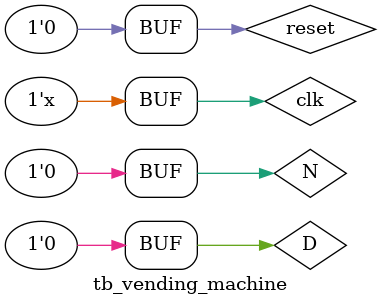
<source format=v>
`timescale 1ns / 1ps

module tb_vending_machine;
    reg clk, reset, N, D;
    wire newspaper;

    Vending_machine uut (.clk(clk), .reset(reset), .N(N), .D(D), .newspaper(newspaper));

    // Clock
    always #5 clk = ~clk;
	 
	  initial begin
        $monitor("Time=%0d state=%b N=%b D=%b -> Newspaper=%b", $time, uut.current_state, N, D, newspaper);
        clk = 0; reset = 1; N = 0; D = 0;
        #10 reset = 0;

        // Case 1: N + D = 15
        #10 N=1; #10 N=0;
        #10 D=1; #10 D=0;

        // Case 2: D + N = 15
        #20 D=1; #10 D=0;
        #10 N=1; #10 N=0;
		  
		   // Case 3: N + N + N = 15
        #20 N=1; #10 N=0;
        #10 N=1; #10 N=0;
        #10 N=1; #10 N=0;

        // Case 4: D + D = 20
        #20 D=1; #10 D=0;
        #10 D=1; #10 D=0;

        #50;
    end
endmodule



</source>
